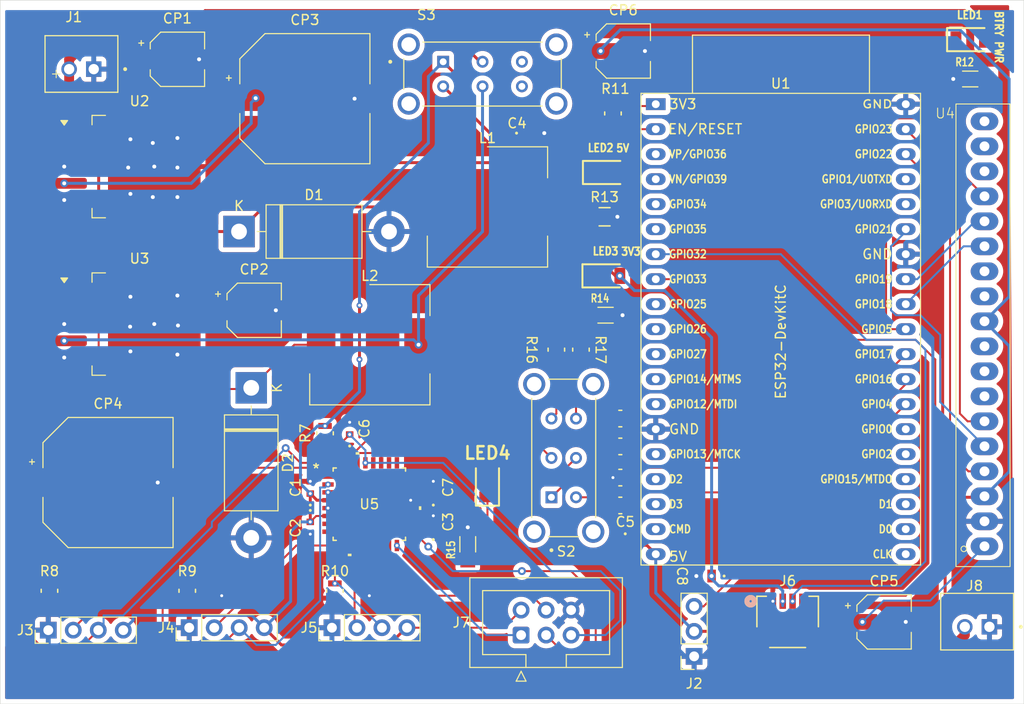
<source format=kicad_pcb>
(kicad_pcb (version 20240108) (generator "pcbnew") (generator_version "8.0")
  (layers (0 "F.Cu" signal) (31 "B.Cu" signal) (34 "B.Paste" user) (35 "F.Paste" user) (36 "B.SilkS" user "B.Silkscreen") (37 "F.SilkS" user "F.Silkscreen") (38 "B.Mask" user) (39 "F.Mask" user) (44 "Edge.Cuts" user))
  (net 0 "")
  (net 1 "Net-(D1-K)")
  (net 2 "3V3")
  (net 3 "Net-(D2-K)")
  (net 4 "Net-(J3-Pin_2)")
  (net 5 "GND")
  (net 6 "5V")
  (net 7 "RST")
  (net 8 "Net-(U5-AREF)")
  (net 9 "Net-(J4-Pin_2)")
  (net 10 "Net-(J5-Pin_2)")
  (net 11 "BTRY")
  (net 12 "Net-(U4-VIN)")
  (net 13 "Net-(J2-Pin_3)")
  (net 14 "Net-(J3-Pin_3)")
  (net 15 "Net-(J4-Pin_3)")
  (net 16 "Net-(J5-Pin_3)")
  (net 17 "SCL")
  (net 18 "SDA")
  (net 19 "SCK")
  (net 20 "MISO")
  (net 21 "MOSI")
  (net 22 "Net-(LED1-K)")
  (net 23 "Net-(LED2-K)")
  (net 24 "Net-(LED3-K)")
  (net 25 "Net-(LED4-K)")
  (net 26 "Net-(LED4-A)")
  (net 27 "Net-(R2-Pad1)")
  (net 28 "Net-(R6-Pad1)")
  (net 29 "Net-(U1-CHIP_PU)")
  (net 30 "Net-(U1-3V3)")
  (net 31 "Net-(R16-Pad2)")
  (net 32 "Net-(R17-Pad2)")
  (net 33 "Net-(U1-GPIO16)")
  (net 34 "Net-(U5-PD0)")
  (net 35 "Net-(U1-GPIO17)")
  (net 36 "Net-(U5-PD1)")
  (net 42 "Net-(U1-GPIO19)")
  (net 45 "Net-(U1-GPIO18)")
  (net 47 "Net-(U1-GPIO22)")
  (net 52 "Net-(U1-GPIO5)")
  (net 54 "Net-(U1-GPIO21)")
  (net 56 "Net-(U1-GPIO23)")
  (net 86 "5V0")
  (net 87 "3V30")
  (footprint "Connector_PinHeader_2.54mm:PinHeader_1x04_P2.54mm_Vertical" (layer "F.Cu") (at 124.7 111.2507 90)
    (property "Reference" "J4")
    (property "Value" "Conn_01x04")
  )
  (footprint "quiic_jst:CONN_SM04B-SRSS-TB_JST" (layer "F.Cu") (at 185.5 110.66 180)
    (property "Reference" "J6")
    (property "Value" "QUIIC")
  )
  (footprint "R_SMD:RES_CR0805_VEN-L" (layer "F.Cu") (at 167.7507 59 -90)
    (property "Reference" "R11")
    (property "Value" "10k")
  )
  (footprint "R_SMD:RES_CR0805_VEN-L" (layer "F.Cu") (at 168.5 98.8288)
    (property "Reference" "R2" (hide yes))
    (property "Value" "1k")
  )
  (footprint "cap_murata_0603:G-188_MUR-L" (layer "F.Cu") (at 137 101.1223 -90)
    (property "Reference" "C2")
    (property "Value" "0.1uF")
  )
  (footprint "polulu_MC33926_dual:polulu_MC33926_dual" (layer "F.Cu") (at 205.4 102.94 180)
    (property "Reference" "U4")
    (property "Value" "~")
  )
  (footprint "switch_eg2201_dpdt:SW_EG2201B" (layer "F.Cu") (at 154.5 55)
    (property "Reference" "S3")
    (property "Value" "EG2201B")
  )
  (footprint "Connector_IDC:IDC-Header_2x03_P2.54mm_Vertical" (layer "F.Cu") (at 158.42 112 90)
    (property "Reference" "J7")
    (property "Value" "AVR-ISP-6")
  )
  (footprint "cap_murata_0805:CAP_GRM21_MUR-L" (layer "F.Cu") (at 160 61)
    (property "Reference" "C4")
    (property "Value" "1uF")
  )
  (footprint "R_SMD:RES_CR0805_VEN-L" (layer "F.Cu") (at 162 83 -90)
    (property "Reference" "R16")
    (property "Value" "10k")
  )
  (footprint "Package_TO_SOT_SMD:TO-263-5_TabPin3" (layer "F.Cu") (at 119.65 64.4)
    (property "Reference" "U2")
    (property "Value" "LM2576HVS-5")
  )
  (footprint "cap_murata_0805:CAP_GRM21_MUR-L" (layer "F.Cu") (at 177 106 180)
    (property "Reference" "C8")
    (property "Value" "1uF")
  )
  (footprint "led_smd_1206:LEDC3215X110N" (layer "F.Cu") (at 167.05 65)
    (property "Reference" "LED2")
    (property "Value" "EAST3215BA3" (hide yes))
  )
  (footprint "atmega328p-anr:32A_ATM-L" (layer "F.Cu") (at 142.999999 98.699199)
    (property "Reference" "U5")
    (property "Value" "ATMEGA328P-ANR")
  )
  (footprint "cap_murata_0603:G-188_MUR-L" (layer "F.Cu") (at 137 97 90)
    (property "Reference" "C1")
    (property "Value" "0.1uF")
  )
  (footprint "R_SMD:RES_CR0805_VEN-L" (layer "F.Cu") (at 168.5 90)
    (property "Reference" "R5" (hide yes))
    (property "Value" "2k")
  )
  (footprint "cap_murata_0603:G-188_MUR-L" (layer "F.Cu") (at 149.5 97 90)
    (property "Reference" "C7")
    (property "Value" "0.1uF")
  )
  (footprint "cap_murata_0603:G-188_MUR-L" (layer "F.Cu") (at 141 91 90)
    (property "Reference" "C6")
    (property "Value" "0.1uF")
  )
  (footprint "led_smd_1206:LEDC3215X110N" (layer "F.Cu") (at 167 75.5)
    (property "Reference" "LED3")
    (property "Value" "EAST3215BA3" (hide yes))
  )
  (footprint "r_erj_1p2k:RES_ERJU08J122V" (layer "F.Cu") (at 204.05 55.5)
    (property "Reference" "R12")
    (property "Value" "1.2k")
  )
  (footprint "WurthE:CP_Wurth_WCAP-PSLP-D5L5.5" (layer "F.Cu") (at 131.3 79)
    (property "Reference" "CP2")
    (property "Value" "100uF")
  )
  (footprint "Package_TO_SOT_SMD:TO-263-5_TabPin3" (layer "F.Cu") (at 119.65 80.4)
    (property "Reference" "U3")
    (property "Value" "LM2576HVS-3.3")
  )
  (footprint "jst_xh:JST_B2B-XH-A" (layer "F.Cu") (at 113.75 53.975)
    (property "Reference" "J1")
    (property "Value" "BTRY IN")
  )
  (footprint "R_SMD:RES_CR0805_VEN-L" (layer "F.Cu") (at 124.5 107.5 90)
    (property "Reference" "R9")
    (property "Value" "10k")
  )
  (footprint "WE-PD:L_Wurth_WE-PD-1245" (layer "F.Cu") (at 143.05 82.5)
    (property "Reference" "L2")
    (property "Value" "100uH")
  )
  (footprint "Connector_PinHeader_2.54mm:PinHeader_1x04_P2.54mm_Vertical" (layer "F.Cu") (at 110.38 111.5 90)
    (property "Reference" "J3")
    (property "Value" "Conn_01x04")
  )
  (footprint "Connector_PinHeader_2.54mm:PinHeader_1x04_P2.54mm_Vertical" (layer "F.Cu") (at 139.2 111.2507 90)
    (property "Reference" "J5")
    (property "Value" "Conn_01x04")
  )
  (footprint "jst_xh:JST_B2B-XH-A" (layer "F.Cu") (at 204.75 110.635)
    (property "Reference" "J8")
    (property "Value" "BTRY OUT")
  )
  (footprint "WurthE:CP_Wurth_WCAP-PSLP-D5L5.8" (layer "F.Cu") (at 168.8 52.66)
    (property "Reference" "CP6")
    (property "Value" "10uF")
  )
  (footprint "WurthE:CP_Wurth_WCAP-ASLI-D12.5L14" (layer "F.Cu") (at 116.45 96.5)
    (property "Reference" "CP4")
    (property "Value" "1mF")
  )
  (footprint "Diode_THT:D_DO-201AD_P15.24mm_Horizontal" (layer "F.Cu") (at 129.76 71)
    (property "Reference" "D1")
    (property "Value" "1N5822")
  )
  (footprint "cap_murata_0603:G-188_MUR-L" (layer "F.Cu") (at 169 103.5 -90)
    (property "Reference" "C5")
    (property "Value" "0.1uF")
  )
  (footprint "R_ERJ_620_1206:RC1206N_PAN-L" (layer "F.Cu") (at 166.901198 69.5)
    (property "Reference" "R13")
    (property "Value" "620")
  )
  (footprint "switch_eg2201_dpdt:SW_EG2201B" (layer "F.Cu") (at 162.75 94 90)
    (property "Reference" "S2")
    (property "Value" "EG2201B")
  )
  (footprint "R_SMD:RES_CR0805_VEN-L" (layer "F.Cu") (at 139.5 107.5 90)
    (property "Reference" "R10")
    (property "Value" "10k")
  )
  (footprint "R_SMD:RES_CR0805_VEN-L" (layer "F.Cu") (at 168.5 92.8288)
    (property "Reference" "R6" (hide yes))
    (property "Value" "1k")
  )
  (footprint "R_SMD:RES_CR0805_VEN-L" (layer "F.Cu") (at 138.5 91.5 90)
    (property "Reference" "R7")
    (property "Value" "10k")
  )
  (footprint "r_erj_270:RES_ERJU08J271V" (layer "F.Cu") (at 153 102.775 90)
    (property "Reference" "R15")
    (property "Value" "270")
  )
  (footprint "R_SMD:RES_CR0805_VEN-L" (layer "F.Cu") (at 168.5 96)
    (property "Reference" "R1" (hide yes))
    (property "Value" "2k")
  )
  (footprint "WE-PD:L_Wurth_WE-PD-1245" (layer "F.Cu") (at 155 68.5)
    (property "Reference" "L1")
    (property "Value" "100uH")
  )
  (footprint "PCM_Espressif:ESP32-DevKitC" (layer "F.Cu") (at 172.1 58.06)
    (property "Reference" "U1")
    (property "Value" "ESP32-DevKitC")
  )
  (footprint "R_SMD:RES_CR0805_VEN-L" (layer "F.Cu") (at 164.5 83 -90)
    (property "Reference" "R17")
    (property "Value" "10k")
  )
  (footprint "Diode_THT:D_DO-201AD_P15.24mm_Horizontal" (layer "F.Cu") (at 131 86.88 -90)
    (property "Reference" "D2")
    (property "Value" "1N5822")
  )
  (footprint "cap_murata_0603:G-188_MUR-L" (layer "F.Cu") (at 149.5 100.5 90)
    (property "Reference" "C3")
    (property "Value" "0.1uF")
  )
  (footprint "WurthE:CP_Wurth_WCAP-ASLI-D12.5L14" (layer "F.Cu") (at 136.45 57.5)
    (property "Reference" "CP3")
    (property "Value" "1mF")
  )
  (footprint "r_erj_270:RES_ERJU08J271V" (layer "F.Cu") (at 167 79.5)
    (property "Reference" "R14")
    (property "Value" "270")
  )
  (footprint "led_smd_1206:LEDC3215X110N" (layer "F.Cu") (at 204.05 51.5)
    (property "Reference" "LED1")
    (property "Value" "EAST3215BA3" (hide yes))
  )
  (footprint "R_SMD:RES_CR0805_VEN-L" (layer "F.Cu") (at 110.5 107.5 90)
    (property "Reference" "R8")
    (property "Value" "10k")
  )
  (footprint "WurthE:CP_Wurth_WCAP-PSLP-D5L5.5" (layer "F.Cu") (at 123.5 53.5)
    (property "Reference" "CP1")
    (property "Value" "100uF")
  )
  (footprint "Connector_PinSocket_2.54mm:PinSocket_1x03_P2.54mm_Vertical" (layer "F.Cu") (at 176 114.16 180)
    (property "Reference" "J2")
    (property "Value" "Servo Header")
  )
  (footprint "led_smd_1206:LEDC3215X110N" (layer "F.Cu") (at 155 96.5 90)
    (property "Reference" "LED4")
    (property "Value" "EAST3215BA3" (hide yes))
  )
  (footprint "WurthE:CP_Wurth_WCAP-PSLP-D5L5.5" (layer "F.Cu") (at 195.3 110.66)
    (property "Reference" "CP5")
    (property "Value" "100uF")
  )
  (gr_rect (start 105.5 47.5) (end 209.5 119) (stroke (width 0.05)) (fill none) (layer "Edge.Cuts"))
  (gr_text "3V3" (at 168.5 73.5 0) (layer "F.SilkS") (effects (font (size 0.8 0.7) (thickness 0.175) (bold yes)) (justify left bottom)))
  (gr_text "+" (at 110.5 55.5 0) (layer "F.SilkS") (effects (font (size 1 1) (thickness 0.1)) (justify left bottom)))
  (gr_text "5V" (at 168 63 0) (layer "F.SilkS") (effects (font (size 0.8 0.7) (thickness 0.175) (bold yes)) (justify left bottom)))
  (gr_text "BTRY PWR" (at 206.5 48.5 270) (layer "F.SilkS") (effects (font (size 0.8 0.7) (thickness 0.175) (bold yes)) (justify left bottom)))
  (segment (start 114.2 62.7) (end 115.5 64) (width 0.3) (layer "F.Cu") (net 1))
  (segment (start 116.5 71) (end 129.76 71) (width 0.3) (layer "F.Cu") (net 1))
  (segment (start 115.5 64) (end 115.5 70) (width 0.3) (layer "F.Cu") (net 1))
  (segment (start 129.76 71) (end 132.26 68.5) (width 0.3) (layer "F.Cu") (net 1))
  (segment (start 112 62.7) (end 114.2 62.7) (width 0.2) (layer "F.Cu") (net 1))
  (segment (start 115.5 70) (end 116.5 71) (width 0.3) (layer "F.Cu") (net 1))
  (segment (start 132.26 68.5) (end 150.05 68.5) (width 0.3) (layer "F.Cu") (net 1))
  (segment (start 158.25 64) (end 161 64) (width 0.3) (layer "F.Cu") (net 2))
  (segment (start 168 75.5) (end 168.45 75.5) (width 0.3) (layer "F.Cu") (net 2))
  (segment (start 163.5 71) (end 168 75.5) (width 0.3) (layer "F.Cu") (net 2))
  (segment (start 150.5 56.25) (end 158.25 64) (width 0.3) (layer "F.Cu") (net 2))
  (segment (start 163.5 66.5) (end 163.5 71) (width 0.3) (layer "F.Cu") (net 2))
  (segment (start 161 64) (end 163.5 66.5) (width 0.3) (layer "F.Cu") (net 2))
  (via (at 185.000001 108.5615) (size 0.6) (drill 0.3) (layers "F.Cu" "B.Cu") (net 2))
  (via (at 177.7747 106) (size 0.8) (drill 0.4) (layers "F.Cu" "B.Cu") (net 2))
  (via (at 168.45 75.5) (size 0.8) (drill 0.4) (layers "F.Cu" "B.Cu") (net 2))
  (segment (start 177.7747 106.2747) (end 178.5 107) (width 0.3) (layer "B.Cu") (net 2))
  (segment (start 177.7747 81.7747) (end 173 77) (width 0.3) (layer "B.Cu") (net 2))
  (segment (start 173 77) (end 169.95 77) (width 0.3) (layer "B.Cu") (net 2))
  (segment (start 177.7747 106) (end 177.7747 106.2747) (width 0.3) (layer "B.Cu") (net 2))
  (segment (start 178.5 107) (end 184.5 107) (width 0.3) (layer "B.Cu") (net 2))
  (segment (start 185.000001 107.500001) (end 185.000001 108.5615) (width 0.3) (layer "B.Cu") (net 2))
  (segment (start 184.5 107) (end 185.000001 107.500001) (width 0.3) (layer "B.Cu") (net 2))
  (segment (start 177.7747 106) (end 177.7747 81.7747) (width 0.3) (layer "B.Cu") (net 2))
  (segment (start 185.000001 108.5615) (end 185.000001 108.999999) (width 0.3) (layer "B.Cu") (net 2))
  (segment (start 169.95 77) (end 168.45 75.5) (width 0.3) (layer "B.Cu") (net 2))
  (segment (start 130.88 87) (end 131 86.88) (width 0.2) (layer "F.Cu") (net 3))
  (segment (start 114.2 78.7) (end 115.5 80) (width 0.2) (layer "F.Cu") (net 3))
  (segment (start 135.38 82.5) (end 138.1 82.5) (width 0.2) (layer "F.Cu") (net 3))
  (segment (start 115.5 80) (end 115.5 85.5) (width 0.2) (layer "F.Cu") (net 3))
  (segment (start 117 87) (end 130.88 87) (width 0.2) (layer "F.Cu") (net 3))
  (segment (start 112 78.7) (end 114.2 78.7) (width 0.2) (layer "F.Cu") (net 3))
  (segment (start 115.5 85.5) (end 117 87) (width 0.2) (layer "F.Cu") (net 3))
  (segment (start 131 86.88) (end 135.38 82.5) (width 0.2) (layer "F.Cu") (net 3))
  (segment (start 112.92 111.3307) (end 129.2507 95) (width 0.2) (layer "F.Cu") (net 4))
  (segment (start 112.92 111.5) (end 112.92 111.3307) (width 0.2) (layer "F.Cu") (net 4))
  (segment (start 138 95.0984) (end 138.8008 95.8992) (width 0.2) (layer "F.Cu") (net 4))
  (segment (start 138 95) (end 138 95.0984) (width 0.2) (layer "F.Cu") (net 4))
  (segment (start 129.2507 95) (end 138 95) (width 0.2) (layer "F.Cu") (net 4))
  (segment (start 176.84 114.16) (end 178 113) (width 0.3) (layer "F.Cu") (net 5))
  (segment (start 176.84 114.16) (end 176 114.16) (width 0.3) (layer "F.Cu") (net 5))
  (segment (start 176 114.16) (end 174.66 114.16) (width 0.3) (layer "F.Cu") (net 5))
  (segment (start 174.66 114.16) (end 174 113.5) (width 0.3) (layer "F.Cu") (net 5))
  (via (at 168.202396 69.5) (size 0.8) (drill 0.4) (layers "F.Cu" "B.Cu") (net 5))
  (via (at 167.7507 96) (size 0.6) (drill 0.3) (layers "F.Cu" "B.Cu") (net 5))
  (via (at 121.15 80.4) (size 0.8) (drill 0.4) (layers "F.Cu" "B.Cu") (net 5))
  (via (at 176.2253 106) (size 0.8) (drill 0.4) (layers "F.Cu" "B.Cu") (net 5))
  (via (at 123.5 61.5) (size 0.8) (drill 0.4) (layers "F.Cu" "B.Cu") (net 5))
  (via (at 123.5 64.5) (size 0.8) (drill 0.4) (layers "F.Cu" "B.Cu") (net 5))
  (via (at 149.5 99.8777) (size 0.6) (drill 0.3) (layers "F.Cu" "B.Cu") (net 5))
  (via (at 149.5 96.3777) (size 0.6) (drill 0.3) (layers "F.Cu" "B.Cu") (net 5))
  (via (at 112 80.4) (size 0.8) (drill 0.4) (layers "F.Cu" "B.Cu") (net 5))
  (via (at 118.5 64.5) (size 0.8) (drill 0.4) (layers "F.Cu" "B.Cu") (net 5))
  (via (at 123.5 77.5) (size 0.8) (drill 0.4) (layers "F.Cu" "B.Cu") (net 5))
  (via (at 118.695033 80.666797) (size 0.8) (drill 0.4) (layers "F.Cu" "B.Cu") (net 5))
  (via (at 137 96.3777) (size 0.6) (drill 0.3) (layers "F.Cu" "B.Cu") (net 5))
  (via (at 112 64.4) (size 0.8) (drill 0.4) (layers "F.Cu" "B.Cu") (net 5))
  (via (at 141 90.3777) (size 0.6) (drill 0.3) (layers "F.Cu" "B.Cu") (net 5))
  (via (at 143 108) (size 0.6) (drill 0.3) (layers "F.Cu" "B.Cu") (net 5))
  (via (at 112 83.8) (size 0.8) (drill 0.4) (layers "F.Cu" "B.Cu") (net 5))
  (via (at 123.557116 80.545849) (size 0.8) (drill 0.4) (layers "F.Cu" "B.Cu") (net 5))
  (via (at 121 62) (size 0.8) (drill 0.4) (layers "F.Cu" "B.Cu") (net 5))
  (via (at 153 101.05) (size 0.8) (drill 0.4) (layers "F.Cu" "B.Cu") (net 5))
  (via (at 118.725 67.175) (size 0.8) (drill 0.4) (layers "F.Cu" "B.Cu") (net 5))
  (via (at 123.5 67.5) (size 0.8) (drill 0.4) (layers "F.Cu" "B.Cu") (net 5))
  (via (at 121.15 64.4) (size 0.8) (drill 0.4) (layers "F.Cu" "B.Cu") (net 5))
  (via (at 138.8008 99.099198) (size 0.6) (drill 0.3) (layers "F.Cu" "B.Cu") (net 5))
  (via (at 123.5 83.5) (size 0.8) (drill 0.4) (layers "F.Cu" "B.Cu") (net 5))
  (via (at 202.325 55.5) (size 0.8) (drill 0.4) (layers "F.Cu" "B.Cu") (net 5))
  (via (at 128 108) (size 0.6) (drill 0.3) (layers "F.Cu" "B.Cu") (net 5))
  (via (at 171 52.66) (size 0.8) (drill 0.4) (layers "F.Cu" "B.Cu") (net 5))
  (via (at 147.199198 98.2992) (size 0.6) (drill 0.3) (layers "F.Cu" "B.Cu") (net 5))
  (via (at 118.725 77.625) (size 0.8) (drill 0.4) (layers "F.Cu" "B.Cu") (net 5))
  (via (at 168.725 79.5) (size 0.8) (drill 0.4) (layers "F.Cu" "B.Cu") (net 5))
  (via (at 118.725 61.625) (size 0.8) (drill 0.4) (layers "F.Cu" "B.Cu") (net 5))
  (via (at 160.7747 61) (size 0.8) (drill 0.4) (layers "F.Cu" "B.Cu") (net 5))
  (via (at 141.5 57.5) (size 0.8) (drill 0.4) (layers "F.Cu" "B.Cu") (net 5))
  (via (at 112 67.8) (size 0.8) (drill 0.4) (layers "F.Cu" "B.Cu") (net 5))
  (via (at 184 108.5615) (size 0.6) (drill 0.3) (layers "F.Cu" "B.Cu") (net 5))
  (via (at 118.725 83.175) (size 0.8) (drill 0.4) (layers "F.Cu" "B.Cu") (net 5))
  (via (at 125.7 53.5) (size 0.8) (drill 0.4) (layers "F.Cu" "B.Cu") (net 5))
  (via (at 197.5 110.66) (size 0.8) (drill 0.4) (layers "F.Cu" "B.Cu") (net 5))
  (via (at 121 67.5) (size 0.8) (drill 0.4) (layers "F.Cu" "B.Cu") (net 5))
  (via (at 137 101.7446) (size 0.6) (drill 0.3) (layers "F.Cu" "B.Cu") (net 5))
  (via (at 121.5 96.5) (size 0.8) (drill 0.4) (layers "F.Cu" "B.Cu") (net 5))
  (via (at 133.5 79) (size 0.8) (drill 0.4) (layers "F.Cu" "B.Cu") (net 5))
  (via (at 138.8008 97.499199) (size 0.6) (drill 0.3) (layers "F.Cu" "B.Cu") (net 5))
  (segment (start 175.16 114.16) (end 174.5 113.5) (width 0.3) (layer "B.Cu") (net 5))
  (segment (start 176.84 114.16) (end 176 114.16) (width 0.3) (layer "B.Cu") (net 5))
  (segment (start 176.84 114.16) (end 177.5 113.5) (width 0.3) (layer "B.Cu") (net 5))
  (segment (start 176 114.16) (end 175.16 114.16) (width 0.3) (layer "B.Cu") (net 5))
  (segment (start 146.7493 111.2507) (end 146.82 111.2507) (width 0.3) (layer "F.Cu") (net 6))
  (segment (start 171.1977 102.8777) (end 172.1 103.78) (width 0.3) (layer "F.Cu") (net 6))
  (segment (start 176 111.62) (end 178.62 111.62) (width 0.3) (layer "F.Cu") (net 6))
  (segment (start 164.84 52.66) (end 166.5 52.66) (width 0.3) (layer "F.Cu") (net 6))
  (segment (start 146.82 111.2507) (end 156.6293 111.2507) (width 0.2) (layer "F.Cu") (net 6))
  (segment (start 148.1992 100.6992) (end 148.6223 101.1223) (width 0.3) (layer "F.Cu") (net 6))
  (segment (start 138.8008 99.899199) (end 137.600801 99.899199) (width 0.2) (layer "F.Cu") (net 6))
  (segment (start 147.199198 100.6992) (end 148.1992 100.6992) (width 0.3) (layer "F.Cu") (net 6))
  (segment (start 169 102.8777) (end 171.1977 102.8777) (width 0.3) (layer "F.Cu") (net 6))
  (segment (start 142.899199 99.899199) (end 143.6992 100.6992) (width 0.2) (layer "F.Cu") (net 6))
  (segment (start 181 114) (end 199 114) (width 0.3) (layer "F.Cu") (net 6))
  (segment (start 137 97.6223) (end 137.6769 98.2992) (width 0.3) (layer "F.Cu") (net 6))
  (segment (start 137 97.6223) (end 137 100.5) (width 0.3) (layer "F.Cu") (net 6))
  (segment (start 178.62 111.62) (end 181 114) (width 0.3) (layer "F.Cu") (net 6))
  (segment (start 145 113) (end 146.7493 111.2507) (width 0.3) (layer "F.Cu") (net 6))
  (segment (start 138.779301 99.8777) (end 138.8008 99.899199) (width 0.2) (layer "F.Cu") (net 6))
  (segment (start 159.2253 62.2253) (end 159.5 62.5) (width 0.3) (layer "F.Cu") (net 6))
  (segment (start 201.5 99) (end 202.5 98) (width 0.3) (layer "F.Cu") (net 6))
  (segment (start 132.32 111.2507) (end 134.0693 113) (width 0.3) (layer "F.Cu") (net 6))
  (segment (start 159.2253 58.7253) (end 159.2253 58.2747) (width 0.3) (layer "F.Cu") (net 6))
  (segment (start 201.5 111.5) (end 201.5 99) (width 0.3) (layer "F.Cu") (net 6))
  (segment (start 159.2253 58.7253) (end 159.2253 61) (width 0.3) (layer "F.Cu") (net 6))
  (segment (start 143.6992 100.6992) (end 147.199198 100.6992) (width 0.2) (layer "F.Cu") (net 6))
  (segment (start 151.75 55) (end 155.5 55) (width 0.3) (layer "F.Cu") (net 6))
  (segment (start 159.2253 61) (end 159.2253 62.2253) (width 0.3) (layer "F.Cu") (net 6))
  (segment (start 202.5 98) (end 205.4 98) (width 0.3) (layer "F.Cu") (net 6))
  (segment (start 148.6223 101.1223) (end 149.5 101.1223) (width 0.3) (layer "F.Cu") (net 6))
  (segment (start 199 114) (end 201.5 111.5) (width 0.3) (layer "F.Cu") (net 6))
  (segment (start 159.2253 58.2747) (end 164.84 52.66) (width 0.3) (layer "F.Cu") (net 6))
  (segment (start 205.4 98) (end 205.5 97.9) (width 0.3) (layer "F.Cu") (net 6))
  (segment (start 137.600801 99.899199) (end 137 100.5) (width 0.2) (layer "F.Cu") (net 6))
  (segment (start 138.8008 99.899199) (end 142.899199 99.899199) (width 0.2) (layer "F.Cu") (net 6))
  (segment (start 155.5 55) (end 159.2253 58.7253) (width 0.3) (layer "F.Cu") (net 6))
  (segment (start 134.0693 113) (end 145 113) (width 0.3) (layer "F.Cu") (net 6))
  (segment (start 142 78.5) (end 142 84) (width 0.3) (layer "F.Cu") (net 6))
  (segment (start 137.6769 98.2992) (end 138.8008 98.2992) (width 0.3) (layer "F.Cu") (net 6))
  (segment (start 150.5 53.75) (end 151.75 55) (width 0.3) (layer "F.Cu") (net 6))
  (segment (start 166 62.5) (end 168.5 65) (width 0.3) (layer "F.Cu") (net 6))
  (segment (start 166.5 52.66) (end 166.6 52.66) (width 0.3) (layer "F.Cu") (net 6))
  (segment (start 159.5 62.5) (end 166 62.5) (width 0.3) (layer "F.Cu") (net 6))
  (segment (start 156.6293 111.2507) (end 158.42 109.46) (width 0.2) (layer "F.Cu") (net 6))
  (via (at 137 100.5) (size 0.6) (drill 0.3) (layers "F.Cu" "B.Cu") (net 6))
  (via (at 137 97.6223) (size 0.6) (drill 0.3) (layers "F.Cu" "B.Cu") (net 6))
  (via (at 138.5 90.7507) (size 0.6) (drill 0.3) (layers "F.Cu" "B.Cu") (net 6))
  (via (at 142 84) (size 0.6) (drill 0.3) (layers "F.Cu" "B.Cu") (net 6))
  (via (at 166.5 52.66) (size 0.8) (drill 0.4) (layers "F.Cu" "B.Cu") (net 6))
  (via (at 142 78.5) (size 0.6) (drill 0.3) (layers "F.Cu" "B.Cu") (net 6))
  (segment (start 135 108.5707) (end 135 101.5) (width 0.3) (layer "B.Cu") (net 6))
  (segment (start 142 69) (end 142 78.5) (width 0.3) (layer "B.Cu") (net 6))
  (segment (start 208 95.4) (end 205.5 97.9) (width 0.3) (layer "B.Cu") (net 6))
  (segment (start 137.7493 90.7507) (end 136 92.5) (width 0.3) (layer "B.Cu") (net 6))
  (segment (start 168.5 50.5) (end 203 50.5) (width 0.3) (layer "B.Cu") (net 6))
  (segment (start 132.32 111.2507) (end 135 108.5707) (width 0.3) (layer "B.Cu") (net 6))
  (segment (start 166.5 52.5) (end 168.5 50.5) (width 0.3) (layer "B.Cu") (net 6))
  (segment (start 131.0693 110) (end 119 110) (width 0.3) (layer "B.Cu") (net 6))
  (segment (start 136 92.5) (end 136 96.6223) (width 0.3) (layer "B.Cu") (net 6))
  (segment (start 136 96.6223) (end 137 97.6223) (width 0.3) (layer "B.Cu") (net 6))
  (segment (start 149 55.25) (end 149 62) (width 0.3) (layer "B.Cu") (net 6))
  (segment (start 119 110.5) (end 118 111.5) (width 0.3) (layer "B.Cu") (net 6))
  (segment (start 138.5 90.7507) (end 137.7493 90.7507) (width 0.3) (layer "B.Cu") (net 6))
  (segment (start 208 77.62) (end 205.5 80.12) (width 0.3) (layer "B.Cu") (net 6))
  (segment (start 138.5 90.7507) (end 142 87.2507) (width 0.3) (layer "B.Cu") (net 6))
  (segment (start 166.5 52.66) (end 166.5 52.5) (width 0.3) (layer "B.Cu") (net 6))
  (segment (start 132.32 111.2507) (end 131.0693 110) (width 0.3) (layer "B.Cu") (net 6))
  (segment (start 146.82 111.82) (end 146.82 111.2507) (width 0.3) (layer "B.Cu") (net 6))
  (segment (start 172.1 107.72) (end 176 111.62) (width 0.3) (layer "B.Cu") (net 6))
  (segment (start 136 100.5) (end 137 100.5) (width 0.3) (layer "B.Cu") (net 6))
  (segment (start 150.5 53.75) (end 149 55.25) (width 0.3) (layer "B.Cu") (net 6))
  (segment (start 149 62) (end 142 69) (width 0.3) (layer "B.Cu") (net 6))
  (segment (start 119 110) (end 119 110.5) (width 0.3) (layer "B.Cu") (net 6))
  (segment (start 142 87.2507) (end 142 84) (width 0.3) (layer "B.Cu") (net 6))
  (segment (start 205.5 80.12) (end 208 82.62) (width 0.3) (layer "B.Cu") (net 6))
  (segment (start 135 101.5) (end 136 100.5) (width 0.3) (layer "B.Cu") (net 6))
  (segment (start 203 50.5) (end 208 55.5) (width 0.3) (layer "B.Cu") (net 6))
  (segment (start 208 55.5) (end 208 77.62) (width 0.3) (layer "B.Cu") (net 6))
  (segment (start 172.1 103.78) (end 172.1 107.72) (width 0.3) (layer "B.Cu") (net 6))
  (segment (start 208 82.62) (end 208 95.4) (width 0.3) (layer "B.Cu") (net 6))
  (segment (start 138.7507 92.5) (end 140.1223 92.5) (width 0.2) (layer "F.Cu") (net 7))
  (segment (start 138.5 92.2493) (end 138.7507 92.5) (width 0.2) (layer "F.Cu") (net 7))
  (segment (start 140.1223 92.5) (end 141 91.6223) (width 0.2) (layer "F.Cu") (net 7))
  (via (at 141 91.6223) (size 0.6) (drill 0.3) (layers "F.Cu" "B.Cu") (net 7))
  (via (at 142.6 94.5) (size 0.6) (drill 0.3) (layers "F.Cu" "B.Cu") (net 7))
  (segment (start 167 112) (end 163.5 112) (width 0.2) (layer "B.Cu") (net 7))
  (segment (start 166.5 105.5) (end 168.5 107.5) (width 0.2) (layer "B.Cu") (net 7))
  (segment (start 168.5 107.5) (end 168.5 110.5) (width 0.2) (layer "B.Cu") (net 7))
  (segment (start 142.6 93.2223) (end 141 91.6223) (width 0.2) (layer "B.Cu") (net 7))
  (segment (start 150.5 94.5) (end 161.5 105.5) (width 0.2) (layer "B.Cu") (net 7))
  (segment (start 161.5 105.5) (end 166.5 105.5) (width 0.2) (layer "B.Cu") (net 7))
  (segment (start 142.6 94.5) (end 150.5 94.5) (width 0.2) (layer "B.Cu") (net 7))
  (segment (start 168.5 110.5) (end 167 112) (width 0.2) (layer "B.Cu") (net 7))
  (segment (start 142.6 94.5) (end 142.6 93.2223) (width 0.2) (layer "B.Cu") (net 7))
  (segment (start 148.023102 99.099198) (end 149.5 97.6223) (width 0.2) (layer "F.Cu") (net 8))
  (segment (start 147.199198 99.099198) (end 148.023102 99.099198) (width 0.2) (layer "F.Cu") (net 8))
  (segment (start 127.24 111.2507) (end 135.592302 102.898398) (width 0.2) (layer "F.Cu") (net 9))
  (segment (start 135.592302 102.898398) (end 140.2 102.898398) (width 0.2) (layer "F.Cu") (net 9))
  (segment (start 141.5 104.099998) (end 141.799999 103.799999) (width 0.2) (layer "F.Cu") (net 10))
  (segment (start 141.799999 103.799999) (end 141.799999 102.898398) (width 0.2) (layer "F.Cu") (net 10))
  (segment (start 141.5 111.0107) (end 141.5 104.099998) (width 0.2) (layer "F.Cu") (net 10))
  (segment (start 141.74 111.2507) (end 141.5 111.0107) (width 0.2) (layer "F.Cu") (net 10))
  (segment (start 111.5 117) (end 198.5 117) (width 1) (layer "F.Cu") (net 11))
  (segment (start 126.5 73.5) (end 129.5 76.5) (width 1) (layer "F.Cu") (net 11))
  (segment (start 112.5 54.5) (end 112.5 53.5) (width 1) (layer "F.Cu") (net 11))
  (segment (start 112.5 54.5) (end 112.5 60.5) (width 1) (layer "F.Cu") (net 11))
  (segment (start 126.3 48.5) (end 203.5 48.5) (width 0.2) (layer "F.Cu") (net 11))
  (segment (start 119.8 52) (end 121.3 53.5) (width 1) (layer "F.Cu") (net 11))
  (segment (start 129.1 76.9) (end 129.1 79) (width 1) (layer "F.Cu") (net 11))
  (segment (start 112 77) (end 109.5 77) (width 1) (layer "F.Cu") (net 11))
  (segment (start 112 61) (end 109 61) (width 1) (layer "F.Cu") (net 11))
  (segment (start 121.3 53.5) (end 126.3 48.5) (width 0.2) (layer "F.Cu") (net 11))
  (segment (start 114 52) (end 119.8 52) (width 1) (layer "F.Cu") (net 11))
  (segment (start 198.5 117) (end 203.5 112) (width 1) (layer "F.Cu") (net 11))
  (segment (start 109 61) (end 108.5 61.5) (width 1) (layer "F.Cu") (net 11))
  (segment (start 205.5 50.5) (end 205.5 51.5) (width 0.2) (layer "F.Cu") (net 11))
  (segment (start 112.5 60.5) (end 112 61) (width 1) (layer "F.Cu") (net 11))
  (segment (start 129.5 76.5) (end 129.1 76.9) (width 1) (layer "F.Cu") (net 11))
  (segment (start 108.5 61.5) (end 108.5 73.5) (width 1) (layer "F.Cu") (net 11))
  (segment (start 112.5 53.5) (end 114 52) (width 1) (layer "F.Cu") (net 11))
  (segment (start 107 79.5) (end 107 112.5) (width 1) (layer "F.Cu") (net 11))
  (segment (start 108.5 73.5) (end 126.5 73.5) (width 1) (layer "F.Cu") (net 11))
  (segment (start 203.5 112) (end 203.5 111.16) (width 1) (layer "F.Cu") (net 11))
  (segment (start 107 112.5) (end 111.5 117) (width 1) (layer "F.Cu") (net 11))
  (segment (start 203.5 48.5) (end 205.5 50.5) (width 0.2) (layer "F.Cu") (net 11))
  (segment (start 109.5 77) (end 107 79.5) (width 1) (layer "F.Cu") (net 11))
  (segment (start 108.5 73.5) (end 112 77) (width 1) (layer "F.Cu") (net 11))
  (via (at 193.1 110.66) (size 0.8) (drill 0.4) (layers "F.Cu" "B.Cu") (net 12))
  (segment (start 193.1 110.66) (end 195.26 108.5) (width 0.2) (layer "B.Cu") (net 12))
  (segment (start 199.98 108.5) (end 205.5 102.98) (width 0.2) (layer "B.Cu") (net 12))
  (segment (start 195.26 108.5) (end 199.98 108.5) (width 0.2) (layer "B.Cu") (net 12))
  (segment (start 176 109.08) (end 176.96 109.08) (width 0.2) (layer "F.Cu") (net 13))
  (segment (start 176.96 109.08) (end 197.5 88.54) (width 0.2) (layer "F.Cu") (net 13))
  (segment (start 113.46 113.5) (end 115.46 111.5) (width 0.2) (layer "F.Cu") (net 14))
  (segment (start 140.2 94.5) (end 136 94.5) (width 0.2) (layer "F.Cu") (net 14))
  (segment (start 110.5 106.7507) (end 109.2493 106.7507) (width 0.2) (layer "F.Cu") (net 14))
  (segment (start 110 113.5) (end 113.46 113.5) (width 0.2) (layer "F.Cu") (net 14))
  (segment (start 109.2493 106.7507) (end 108 108) (width 0.2) (layer "F.Cu") (net 14))
  (segment (start 108 111.5) (end 110 113.5) (width 0.2) (layer "F.Cu") (net 14))
  (segment (start 108 108) (end 108 111.5) (width 0.2) (layer "F.Cu") (net 14))
  (segment (start 136 94.5) (end 134.5 93) (width 0.2) (layer "F.Cu") (net 14))
  (via (at 134.5 93) (size 0.8) (drill 0.4) (layers "F.Cu" "B.Cu") (net 14))
  (segment (start 134.5 93) (end 127 100.5) (width 0.2) (layer "B.Cu") (net 14))
  (segment (start 115.46 111.5) (end 116 111.5) (width 0.2) (layer "B.Cu") (net 14))
  (segment (start 127 101) (end 118 110) (width 0.2) (layer "B.Cu") (net 14))
  (segment (start 127 100.5) (end 127 101) (width 0.2) (layer "B.Cu") (net 14))
  (segment (start 118 110) (end 116 110) (width 0.2) (layer "B.Cu") (net 14))
  (segment (start 116 110.96) (end 115.46 111.5) (width 0.2) (layer "B.Cu") (net 14))
  (segment (start 116 110) (end 116 110.96) (width 0.2) (layer "B.Cu") (net 14))
  (segment (start 122 108) (end 122 112) (width 0.2) (layer "F.Cu") (net 15))
  (segment (start 123.2493 106.7507) (end 122 108) (width 0.2) (layer "F.Cu") (net 15))
  (segment (start 122 112) (end 123.5 113.5) (width 0.2) (layer "F.Cu") (net 15))
  (segment (start 123.5 113.5) (end 127.5307 113.5) (width 0.2) (layer "F.Cu") (net 15))
  (segment (start 124.5 106.7507) (end 123.2493 106.7507) (width 0.2) (layer "F.Cu") (net 15))
  (segment (start 127.5307 113.5) (end 129.78 111.2507) (width 0.2) (layer "F.Cu") (net 15))
  (via (at 138.8008 96.699198) (size 0.6) (drill 0.3) (layers "F.Cu" "B.Cu") (net 15))
  (segment (start 129.78 111.2507) (end 131.5293 113) (width 0.2) (layer "B.Cu") (net 15))
  (segment (start 131.5293 113) (end 133.5 113) (width 0.2) (layer "B.Cu") (net 15))
  (segment (start 138.499998 97) (end 138.8008 96.699198) (width 0.2) (layer "B.Cu") (net 15))
  (segment (start 138 97) (end 138.499998 97) (width 0.2) (layer "B.Cu") (net 15))
  (segment (start 133.5 113) (end 138 108.5) (width 0.2) (layer "B.Cu") (net 15))
  (segment (start 138 108.5) (end 138 97) (width 0.2) (layer "B.Cu") (net 15))
  (segment (start 140.999998 104.499998) (end 140.999998 102.898398) (width 0.2) (layer "F.Cu") (net 16))
  (segment (start 139.5 106.7507) (end 139.5 106) (width 0.2) (layer "F.Cu") (net 16))
  (segment (start 139.5 106) (end 141 104.5) (width 0.2) (layer "F.Cu") (net 16))
  (segment (start 141 104.5) (end 140.999998 104.499998) (width 0.2) (layer "F.Cu") (net 16))
  (segment (start 144 111.5307) (end 144.28 111.2507) (width 0.2) (layer "F.Cu") (net 16))
  (via (at 139.5 106.7507) (size 0.6) (drill 0.3) (layers "F.Cu" "B.Cu") (net 16))
  (segment (start 139.78 106.7507) (end 144.28 111.2507) (width 0.2) (layer "B.Cu") (net 16))
  (segment (start 139.5 106.7507) (end 139.78 106.7507) (width 0.2) (layer "B.Cu") (net 16))
  (segment (start 200.5 105) (end 200.5 84) (width 0.2) (layer "F.Cu") (net 17))
  (segment (start 200.5 84) (end 198.5 82) (width 0.2) (layer "F.Cu") (net 17))
  (segment (start 187.5615 108) (end 197.5 108) (width 0.2) (layer "F.Cu") (net 17))
  (segment (start 198.5 82) (end 186.5 82) (width 0.2) (layer "F.Cu") (net 17))
  (segment (start 187 108.5615) (end 187.5615 108) (width 0.2) (layer "F.Cu") (net 17))
  (segment (start 180.34 75.84) (end 172.1 75.84) (width 0.2) (layer "F.Cu") (net 17))
  (segment (start 197.5 108) (end 200.5 105) (width 0.2) (layer "F.Cu") (net 17))
  (segment (start 186.5 82) (end 180.34 75.84) (width 0.2) (layer "F.Cu") (net 17))
  (via (at 185.999999 108.5615) (size 0.6) (drill 0.3) (layers "F.Cu" "B.Cu") (net 18))
  (segment (start 198.5 82) (end 199 82.5) (width 0.2) (layer "B.Cu") (net 18))
  (segment (start 184.8 73.3) (end 193.5 82) (width 0.2) (layer "B.Cu") (net 18))
  (segment (start 199.5 104.5) (end 198 106) (width 0.2) (layer "B.Cu") (net 18))
  (segment (start 197 107) (end 187 107) (width 0.2) (layer "B.Cu") (net 18))
  (segment (start 186 108) (end 186 108.5) (width 0.2) (layer "B.Cu") (net 18))
  (segment (start 199 82.5) (end 199.5 83) (width 0.2) (layer "B.Cu") (net 18))
  (segment (start 187 107) (end 186 108) (width 0.2) (layer "B.Cu") (net 18))
  (segment (start 198 106) (end 197 107) (width 0.2) (layer "B.Cu") (net 18))
  (segment (start 193.5 82) (end 198.5 82) (width 0.2) (layer "B.Cu") (net 18))
  (segment (start 199.5 83.5) (end 199.5 104.5) (width 0.2) (layer "B.Cu") (net 18))
  (segment (start 172.1 73.3) (end 184.8 73.3) (width 0.2) (layer "B.Cu") (net 18))
  (segment (start 199.5 83) (end 199.5 83.5) (width 0.2) (layer "B.Cu") (net 18))
  (segment (start 166 108) (end 163.5 105.5) (width 0.2) (layer "F.Cu") (net 19))
  (segment (start 148.98885 103.01115) (end 147.476898 101.499198) (width 0.2) (layer "F.Cu") (net 19))
  (segment (start 147.199198 101.499198) (end 147.499198 101.499198) (width 0.2) (layer "F.Cu") (net 19))
  (segment (start 165.5 113.5) (end 166 113) (width 0.2) (layer "F.Cu") (net 19))
  (segment (start 162.46 113.5) (end 165.5 113.5) (width 0.2) (layer "F.Cu") (net 19))
  (segment (start 160.96 112) (end 162.46 113.5) (width 0.2) (layer "F.Cu") (net 19))
  (segment (start 163.5 105.5) (end 158.5 105.5) (width 0.2) (layer "F.Cu") (net 19))
  (segment (start 147.476898 101.499198) (end 147.199198 101.499198) (width 0.2) (layer "F.Cu") (net 19))
  (segment (start 166 113) (end 166 108) (width 0.2) (layer "F.Cu") (net 19))
  (via (at 158.5 105.5) (size 0.8) (drill 0.4) (layers "F.Cu" "B.Cu") (net 19))
  (via (at 148.98885 103.01115) (size 0.8) (drill 0.4) (layers "F.Cu" "B.Cu") (net 19))
  (segment (start 158.5 105.5) (end 151.4777 105.5) (width 0.2) (layer "B.Cu") (net 19))
  (segment (start 151.4777 105.5) (end 148.98885 103.01115) (width 0.2) (layer "B.Cu") (net 19))
  (segment (start 145.799998 102.898398) (end 145.898398 102.898398) (width 0.2) (layer "F.Cu") (net 20))
  (via (at 145.799998 102.898398) (size 0.6) (drill 0.3) (layers "F.Cu" "B.Cu") (net 20))
  (segment (start 154.9016 112) (end 158.42 112) (width 0.2) (layer "B.Cu") (net 20))
  (segment (start 145.799998 102.898398) (end 154.9016 112) (width 0.2) (layer "B.Cu") (net 20))
  (segment (start 159.5 108) (end 160.96 109.46) (width 0.2) (layer "F.Cu") (net 21))
  (segment (start 144.999998 102.898398) (end 144.999998 103.499998) (width 0.2) (layer "F.Cu") (net 21))
  (segment (start 149.5 108) (end 159.5 108) (width 0.2) (layer "F.Cu") (net 21))
  (segment (start 144.999998 103.499998) (end 149.5 108) (width 0.2) (layer "F.Cu") (net 21))
  (segment (start 202.6 51.5) (end 202.6 52.325) (width 0.2) (layer "F.Cu") (net 22))
  (segment (start 202.6 52.325) (end 205.775 55.5) (width 0.2) (layer "F.Cu") (net 22))
  (segment (start 165.6 65) (end 165.6 69.5) (width 0.2) (layer "F.Cu") (net 23))
  (segment (start 165.55 79.225) (end 165.275 79.5) (width 0.2) (layer "F.Cu") (net 24))
  (segment (start 165.55 75.5) (end 165.55 79.225) (width 0.2) (layer "F.Cu") (net 24))
  (segment (start 155 103) (end 155 97.95) (width 0.2) (layer "F.Cu") (net 25))
  (segment (start 153 104.5) (end 153.5 104.5) (width 0.2) (layer "F.Cu") (net 25))
  (segment (start 153.5 104.5) (end 155 103) (width 0.2) (layer "F.Cu") (net 25))
  (segment (start 152.95 93) (end 145 93) (width 0.2) (layer "F.Cu") (net 26))
  (segment (start 144.199999 93.800001) (end 144.199999 94.5) (width 0.2) (layer "F.Cu") (net 26))
  (segment (start 145 93) (end 144.199999 93.800001) (width 0.2) (layer "F.Cu") (net 26))
  (segment (start 155 95.05) (end 152.95 93) (width 0.2) (layer "F.Cu") (net 26))
  (segment (start 164 98) (end 166.9219 98) (width 0.2) (layer "F.Cu") (net 27))
  (segment (start 166.9219 98) (end 167.7507 98.8288) (width 0.2) (layer "F.Cu") (net 27))
  (segment (start 165 96.5) (end 167.7507 93.7493) (width 0.2) (layer "F.Cu") (net 28))
  (segment (start 161.5 98) (end 163 96.5) (width 0.2) (layer "F.Cu") (net 28))
  (segment (start 163 96.5) (end 165 96.5) (width 0.2) (layer "F.Cu") (net 28))
  (segment (start 167.7507 93.7493) (end 167.7507 92.8288) (width 0.2) (layer "F.Cu") (net 28))
  (segment (start 168.6014 60.6) (end 172.1 60.6) (width 0.2) (layer "F.Cu") (net 29))
  (segment (start 167.7507 59.7493) (end 168.6014 60.6) (width 0.2) (layer "F.Cu") (net 29))
  (segment (start 171.9093 58.2507) (end 172.1 58.06) (width 0.2) (layer "F.Cu") (net 30))
  (segment (start 167.7507 58.2507) (end 171.9093 58.2507) (width 0.2) (layer "F.Cu") (net 30))
  (segment (start 162 89.5) (end 161.5 90) (width 0.2) (layer "F.Cu") (net 31))
  (segment (start 162 83.7493) (end 162 89.5) (width 0.2) (layer "F.Cu") (net 31))
  (segment (start 164.5 83.7493) (end 164.5 84.5) (width 0.2) (layer "F.Cu") (net 32))
  (segment (start 164 85) (end 164 90) (width 0.2) (layer "F.Cu") (net 32))
  (segment (start 164.5 84.5) (end 164 85) (width 0.2) (layer "F.Cu") (net 32))
  (segment (start 169.2493 96) (end 169.2493 98.8288) (width 0.2) (layer "F.Cu") (net 33))
  (segment (start 186.5 97.5) (end 197.5 86.5) (width 0.2) (layer "F.Cu") (net 33))
  (segment (start 170.5 97.5) (end 186.5 97.5) (width 0.2) (layer "F.Cu") (net 33))
  (segment (start 197.5 86.5) (end 197.5 86) (width 0.2) (layer "F.Cu") (net 33))
  (segment (start 169.2493 98.7507) (end 170.5 97.5) (width 0.2) (layer "F.Cu") (net 33))
  (segment (start 169.2493 98.8288) (end 169.2493 98.7507) (width 0.2) (layer "F.Cu") (net 33))
  (segment (start 143.5 93.5) (end 144.5 92.5) (width 0.2) (layer "F.Cu") (net 34))
  (segment (start 141.799999 93.700001) (end 142 93.5) (width 0.2) (layer "F.Cu") (net 34))
  (segment (start 155 92.5) (end 144.5 92.5) (width 0.2) (layer "F.Cu") (net 34))
  (segment (start 158 95.5) (end 155 92.5) (width 0.2) (layer "F.Cu") (net 34))
  (segment (start 164 94) (end 162.5 95.5) (width 0.2) (layer "F.Cu") (net 34))
  (segment (start 142 93.5) (end 143.5 93.5) (width 0.2) (layer "F.Cu") (net 34))
  (segment (start 162.5 95.5) (end 158 95.5) (width 0.2) (layer "F.Cu") (net 34))
  (segment (start 141.799999 94.5) (end 141.799999 93.700001) (width 0.2) (layer "F.Cu") (net 34))
  (segment (start 169.2493 92.2493) (end 169.2493 92.8288) (width 0.2) (layer "F.Cu") (net 35))
  (segment (start 185.96 95) (end 197.5 83.46) (width 0.2) (layer "F.Cu") (net 35))
  (segment (start 169.2493 92.8288) (end 171.4205 95) (width 0.2) (layer "F.Cu") (net 35))
  (segment (start 171.4205 95) (end 185.96 95) (width 0.2) (layer "F.Cu") (net 35))
  (segment (start 167.7507 90.7507) (end 169.2493 92.2493) (width 0.2) (layer "F.Cu") (net 35))
  (segment (start 167.7507 90) (end 167.7507 90.7507) (width 0.2) (layer "F.Cu") (net 35))
  (segment (start 141 94.5) (end 141 93.934314) (width 0.2) (layer "F.Cu") (net 36))
  (segment (start 142.934314 92) (end 159.5 92) (width 0.2) (layer "F.Cu") (net 36))
  (segment (start 141 93.934314) (end 142.934314 92) (width 0.2) (layer "F.Cu") (net 36))
  (segment (start 159.5 92) (end 161.5 94) (width 0.2) (layer "F.Cu") (net 36))
  (segment (start 204.54 69.96) (end 205.5 69.96) (width 0.2) (layer "B.Cu") (net 42))
  (segment (start 198.66 75.84) (end 204.54 69.96) (width 0.2) (layer "B.Cu") (net 42))
  (segment (start 197.5 75.84) (end 198.66 75.84) (width 0.2) (layer "B.Cu") (net 42))
  (segment (start 203.38 72.5) (end 205.5 72.5) (width 0.2) (layer "B.Cu") (net 45))
  (segment (start 197.5 78.38) (end 203.38 72.5) (width 0.2) (layer "B.Cu") (net 45))
  (segment (start 201.86 67.5) (end 202 67.5) (width 0.2) (layer "F.Cu") (net 47))
  (segment (start 202 93.5) (end 203.86 95.36) (width 0.2) (layer "F.Cu") (net 47))
  (segment (start 203.86 95.36) (end 205.5 95.36) (width 0.2) (layer "F.Cu") (net 47))
  (segment (start 197.5 63.14) (end 201.86 67.5) (width 0.2) (layer "F.Cu") (net 47))
  (segment (start 202 67.5) (end 202 93.5) (width 0.2) (layer "F.Cu") (net 47))
  (segment (start 195.5 60.5) (end 196.5 59.5) (width 0.2) (layer "F.Cu") (net 52))
  (segment (start 195.5 80.5) (end 195.5 60.5) (width 0.2) (layer "F.Cu") (net 52))
  (segment (start 195.92 80.92) (end 195.5 80.5) (width 0.2) (layer "F.Cu") (net 52))
  (segment (start 199.5 61.42) (end 205.5 67.42) (width 0.2) (layer "F.Cu") (net 52))
  (segment (start 197.5 80.92) (end 195.92 80.92) (width 0.2) (layer "F.Cu") (net 52))
  (segment (start 196.5 59.5) (end 199.5 59.5) (width 0.2) (layer "F.Cu") (net 52))
  (segment (start 199.5 59.5) (end 199.5 61.42) (width 0.2) (layer "F.Cu") (net 52))
  (segment (start 199 79.5) (end 201 81.5) (width 0.2) (layer "B.Cu") (net 54))
  (segment (start 201 88.32) (end 205.5 92.82) (width 0.2) (layer "B.Cu") (net 54))
  (segment (start 201 81.5) (end 201 88.32) (width 0.2) (layer "B.Cu") (net 54))
  (segment (start 197.5 71) (end 196 72.5) (width 0.2) (layer "B.Cu") (net 54))
  (segment (start 196 79) (end 196.5 79.5) (width 0.2) (layer "B.Cu") (net 54))
  (segment (start 197.5 70.76) (end 197.5 71) (width 0.2) (layer "B.Cu") (net 54))
  (segment (start 196.5 79.5) (end 199 79.5) (width 0.2) (layer "B.Cu") (net 54))
  (segment (start 196 72.5) (end 196 79) (width 0.2) (layer "B.Cu") (net 54))
  (segment (start 203 89.5) (end 203.78 90.28) (width 0.2) (layer "F.Cu") (net 56))
  (segment (start 197.5 60.6) (end 203 66.1) (width 0.2) (layer "F.Cu") (net 56))
  (segment (start 203.78 90.28) (end 205.5 90.28) (width 0.2) (layer "F.Cu") (net 56))
  (segment (start 203 66.1) (end 203 89.5) (width 0.2) (layer "F.Cu") (net 56))
  (segment (start 131.4 57.5) (end 137.9 64) (width 0.3) (layer "F.Cu") (net 86))
  (segment (start 131.45 57.45) (end 138.9 50) (width 0.3) (layer "F.Cu") (net 86))
  (segment (start 159.95 66.95) (end 159.95 68.5) (width 0.3) (layer "F.Cu") (net 86))
  (segment (start 154.5 53.75) (end 154.75 53.75) (width 0.3) (layer "F.Cu") (net 86))
  (segment (start 137.9 64) (end 157 64) (width 0.3) (layer "F.Cu") (net 86))
  (segment (start 150.5 50) (end 154.25 53.75) (width 0.3) (layer "F.Cu") (net 86))
  (segment (start 157 64) (end 159.95 66.95) (width 0.3) (layer "F.Cu") (net 86))
  (segment (start 138.9 50) (end 150.5 50) (width 0.3) (layer "F.Cu") (net 86))
  (segment (start 154.25 53.75) (end 154.5 53.75) (width 0.3) (layer "F.Cu") (net 86))
  (segment (start 131.4 57.5) (end 131.45 57.45) (width 0.3) (layer "F.Cu") (net 86))
  (via (at 112 66.1) (size 0.8) (drill 0.4) (layers "F.Cu" "B.Cu") (net 86))
  (via (at 131.45 57.45) (size 0.8) (drill 0.4) (layers "F.Cu" "B.Cu") (net 86))
  (segment (start 124.9 66.1) (end 131 60) (width 0.3) (layer "B.Cu") (net 86))
  (segment (start 112 66.1) (end 124.9 66.1) (width 0.3) (layer "B.Cu") (net 86))
  (segment (start 131 60) (end 131 57.9) (width 0.3) (layer "B.Cu") (net 86))
  (segment (start 131 57.9) (end 131.45 57.45) (width 0.3) (layer "B.Cu") (net 86))
  (segment (start 108.5 93.6) (end 111.4 96.5) (width 0.3) (layer "F.Cu") (net 87))
  (segment (start 109.4 82.1) (end 108.5 83) (width 0.3) (layer "F.Cu") (net 87))
  (segment (start 112 82.1) (end 109.4 82.1) (width 0.3) (layer "F.Cu") (net 87))
  (segment (start 108.5 83) (end 108.5 93.6) (width 0.3) (layer "F.Cu") (net 87))
  (via (at 148 82.5) (size 0.8) (drill 0.4) (layers "F.Cu" "B.Cu") (net 87))
  (via (at 112 82.1) (size 0.8) (drill 0.4) (layers "F.Cu" "B.Cu") (net 87))
  (segment (start 112.1 82) (end 147.5 82) (width 0.3) (layer "B.Cu") (net 87))
  (segment (start 147.5 82) (end 148 82.5) (width 0.3) (layer "B.Cu") (net 87))
  (segment (start 112 82.1) (end 112.1 82) (width 0.3) (layer "B.Cu") (net 87))
  (segment (start 148 82.5) (end 148 77.5) (width 0.3) (layer "B.Cu") (net 87))
  (segment (start 148 77.5) (end 154.5 71) (width 0.3) (layer "B.Cu") (net 87))
  (segment (start 154.5 71) (end 154.5 56.25) (width 0.3) (layer "B.Cu") (net 87))
  (zone (net 5) (net_name "GND") (layer "F.Cu") (priority 1) (connect_pads (clearance 0.5)) (min_thickness 0.25) (fill yes (thermal_gap 0.5) (thermal_bridge_width 0.5))
    (polygon (pts (xy 106 48) (xy 208 48) (xy 208.5 118.5) (xy 106 118.5)))
  )
  (zone (net 5) (net_name "GND") (layer "B.Cu") (connect_pads (clearance 0.5)) (min_thickness 0.25) (fill yes (thermal_gap 0.5) (thermal_bridge_width 0.5))
    (polygon (pts (xy 106 48.5) (xy 208.5 48.5) (xy 208.5 118.5) (xy 106 118.5)))
  )
)
</source>
